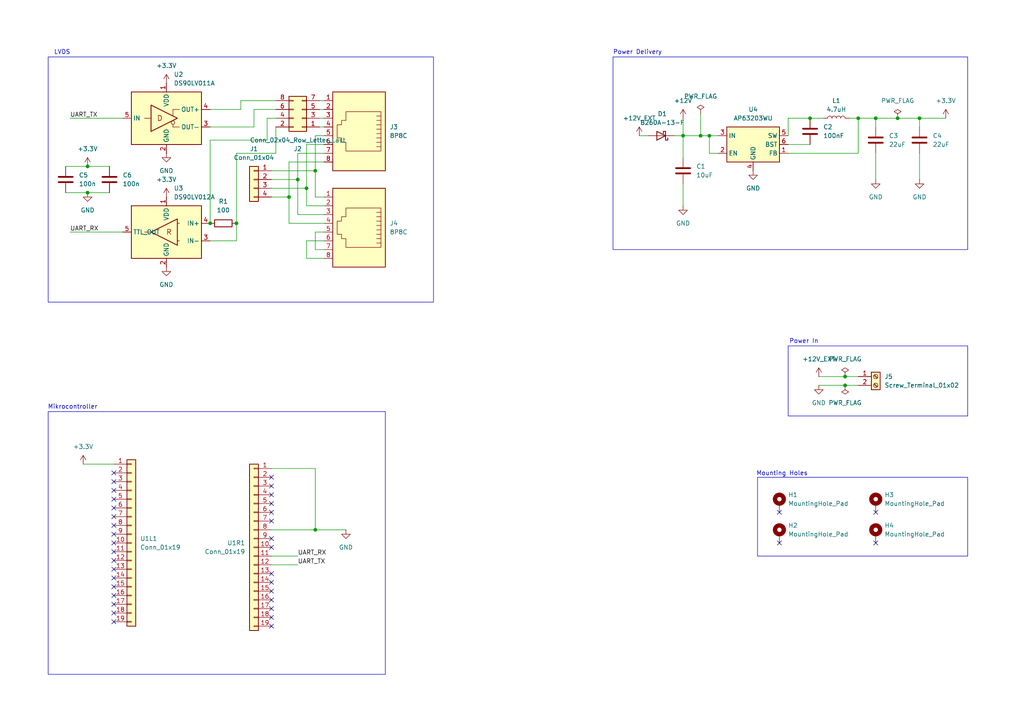
<source format=kicad_sch>
(kicad_sch (version 20250114) (generator "eeschema") (generator_version "9.0")
  (paper "A4")
  (title_block (title "Mikrocontroller LVDS Platine") (date "2025-10-20") (rev "1") (company "Chaostreff Tuebingen e.V."))
  (lib_symbols
    (symbol "Connector:8P8C" (pin_names (offset 1.016))
      (property "Reference" "J" (at -5.08 13.97 0))
      (property "Value" "8P8C" (at 2.54 13.97 0))
      (symbol "8P8C_0_1"
        (polyline (pts (xy -6.35 1.905) (xy -5.08 1.905) (xy -5.08 1.905)))
        (polyline (pts (xy -6.35 0.635) (xy -5.08 0.635) (xy -5.08 0.635)))
        (polyline (pts (xy -6.35 -0.635) (xy -5.08 -0.635) (xy -5.08 -0.635)))
        (polyline (pts (xy -6.35 -1.905) (xy -5.08 -1.905) (xy -5.08 -1.905)))
        (polyline (pts (xy -6.35 -3.175) (xy -5.08 -3.175) (xy -5.08 -3.175)))
        (polyline (pts (xy -6.35 -4.445) (xy -6.35 6.985) (xy 3.81 6.985) (xy 3.81 4.445) (xy 5.08 4.445) (xy 5.08 3.175) (xy 6.35 3.175) (xy 6.35 -0.635) (xy 5.08 -0.635) (xy 5.08 -1.905) (xy 3.81 -1.905) (xy 3.81 -4.445) (xy -6.35 -4.445) (xy -6.35 -4.445)))
        (polyline (pts (xy -5.08 5.715) (xy -6.35 5.715)))
        (polyline (pts (xy -5.08 4.445) (xy -6.35 4.445)))
        (polyline (pts (xy -5.08 3.175) (xy -6.35 3.175) (xy -6.35 3.175)))
        (rectangle (start 7.62 12.7) (end -7.62 -10.16) (stroke (width 0.254)) (fill (type background)))
      )
      (symbol "8P8C_1_1"
        (pin passive line (at 10.16 10.16 180) (length 2.54) (name "~") (number "8"))
        (pin passive line (at 10.16 7.62 180) (length 2.54) (name "~") (number "7"))
        (pin passive line (at 10.16 5.08 180) (length 2.54) (name "~") (number "6"))
        (pin passive line (at 10.16 2.54 180) (length 2.54) (name "~") (number "5"))
        (pin passive line (at 10.16 0 180) (length 2.54) (name "~") (number "4"))
        (pin passive line (at 10.16 -2.54 180) (length 2.54) (name "~") (number "3"))
        (pin passive line (at 10.16 -5.08 180) (length 2.54) (name "~") (number "2"))
        (pin passive line (at 10.16 -7.62 180) (length 2.54) (name "~") (number "1"))
      )
    )
    (symbol "Connector:Screw_Terminal_01x02" (pin_names (offset 1.016) (hide yes))
      (property "Reference" "J" (at 0 2.54 0))
      (property "Value" "Screw_Terminal_01x02" (at 0 -5.08 0))
      (symbol "Screw_Terminal_01x02_1_1"
        (rectangle (start -1.27 1.27) (end 1.27 -3.81) (stroke (width 0.254)) (fill (type background)))
        (polyline (pts (xy -0.5334 0.3302) (xy 0.3302 -0.508)) (stroke (width 0.1524)))
        (polyline (pts (xy -0.5334 -2.2098) (xy 0.3302 -3.048)) (stroke (width 0.1524)))
        (polyline (pts (xy -0.3556 0.508) (xy 0.508 -0.3302)) (stroke (width 0.1524)))
        (polyline (pts (xy -0.3556 -2.032) (xy 0.508 -2.8702)) (stroke (width 0.1524)))
        (circle (center 0 0) (radius 0.635) (stroke (width 0.1524)))
        (circle (center 0 -2.54) (radius 0.635) (stroke (width 0.1524)))
        (pin passive line (at -5.08 0 0) (length 3.81) (name "Pin_1") (number "1"))
        (pin passive line (at -5.08 -2.54 0) (length 3.81) (name "Pin_2") (number "2"))
      )
    )
    (symbol "Connector_Generic:Conn_01x04" (pin_names (offset 1.016) (hide yes))
      (property "Reference" "J" (at 0 5.08 0))
      (property "Value" "Conn_01x04" (at 0 -7.62 0))
      (symbol "Conn_01x04_1_1"
        (rectangle (start -1.27 3.81) (end 1.27 -6.35) (stroke (width 0.254)) (fill (type background)))
        (rectangle (start -1.27 2.667) (end 0 2.413) (stroke (width 0.1524)))
        (rectangle (start -1.27 0.127) (end 0 -0.127) (stroke (width 0.1524)))
        (rectangle (start -1.27 -2.413) (end 0 -2.667) (stroke (width 0.1524)))
        (rectangle (start -1.27 -4.953) (end 0 -5.207) (stroke (width 0.1524)))
        (pin passive line (at -5.08 2.54 0) (length 3.81) (name "Pin_1") (number "1"))
        (pin passive line (at -5.08 0 0) (length 3.81) (name "Pin_2") (number "2"))
        (pin passive line (at -5.08 -2.54 0) (length 3.81) (name "Pin_3") (number "3"))
        (pin passive line (at -5.08 -5.08 0) (length 3.81) (name "Pin_4") (number "4"))
      )
    )
    (symbol "Connector_Generic:Conn_01x19" (pin_names (offset 1.016) (hide yes))
      (property "Reference" "J" (at 0 25.4 0))
      (property "Value" "Conn_01x19" (at 0 -25.4 0))
      (symbol "Conn_01x19_1_1"
        (rectangle (start -1.27 24.13) (end 1.27 -24.13) (stroke (width 0.254)) (fill (type background)))
        (rectangle (start -1.27 22.987) (end 0 22.733) (stroke (width 0.1524)))
        (rectangle (start -1.27 20.447) (end 0 20.193) (stroke (width 0.1524)))
        (rectangle (start -1.27 17.907) (end 0 17.653) (stroke (width 0.1524)))
        (rectangle (start -1.27 15.367) (end 0 15.113) (stroke (width 0.1524)))
        (rectangle (start -1.27 12.827) (end 0 12.573) (stroke (width 0.1524)))
        (rectangle (start -1.27 10.287) (end 0 10.033) (stroke (width 0.1524)))
        (rectangle (start -1.27 7.747) (end 0 7.493) (stroke (width 0.1524)))
        (rectangle (start -1.27 5.207) (end 0 4.953) (stroke (width 0.1524)))
        (rectangle (start -1.27 2.667) (end 0 2.413) (stroke (width 0.1524)))
        (rectangle (start -1.27 0.127) (end 0 -0.127) (stroke (width 0.1524)))
        (rectangle (start -1.27 -2.413) (end 0 -2.667) (stroke (width 0.1524)))
        (rectangle (start -1.27 -4.953) (end 0 -5.207) (stroke (width 0.1524)))
        (rectangle (start -1.27 -7.493) (end 0 -7.747) (stroke (width 0.1524)))
        (rectangle (start -1.27 -10.033) (end 0 -10.287) (stroke (width 0.1524)))
        (rectangle (start -1.27 -12.573) (end 0 -12.827) (stroke (width 0.1524)))
        (rectangle (start -1.27 -15.113) (end 0 -15.367) (stroke (width 0.1524)))
        (rectangle (start -1.27 -17.653) (end 0 -17.907) (stroke (width 0.1524)))
        (rectangle (start -1.27 -20.193) (end 0 -20.447) (stroke (width 0.1524)))
        (rectangle (start -1.27 -22.733) (end 0 -22.987) (stroke (width 0.1524)))
        (pin passive line (at -5.08 22.86 0) (length 3.81) (name "Pin_1") (number "1"))
        (pin passive line (at -5.08 20.32 0) (length 3.81) (name "Pin_2") (number "2"))
        (pin passive line (at -5.08 17.78 0) (length 3.81) (name "Pin_3") (number "3"))
        (pin passive line (at -5.08 15.24 0) (length 3.81) (name "Pin_4") (number "4"))
        (pin passive line (at -5.08 12.7 0) (length 3.81) (name "Pin_5") (number "5"))
        (pin passive line (at -5.08 10.16 0) (length 3.81) (name "Pin_6") (number "6"))
        (pin passive line (at -5.08 7.62 0) (length 3.81) (name "Pin_7") (number "7"))
        (pin passive line (at -5.08 5.08 0) (length 3.81) (name "Pin_8") (number "8"))
        (pin passive line (at -5.08 2.54 0) (length 3.81) (name "Pin_9") (number "9"))
        (pin passive line (at -5.08 0 0) (length 3.81) (name "Pin_10") (number "10"))
        (pin passive line (at -5.08 -2.54 0) (length 3.81) (name "Pin_11") (number "11"))
        (pin passive line (at -5.08 -5.08 0) (length 3.81) (name "Pin_12") (number "12"))
        (pin passive line (at -5.08 -7.62 0) (length 3.81) (name "Pin_13") (number "13"))
        (pin passive line (at -5.08 -10.16 0) (length 3.81) (name "Pin_14") (number "14"))
        (pin passive line (at -5.08 -12.7 0) (length 3.81) (name "Pin_15") (number "15"))
        (pin passive line (at -5.08 -15.24 0) (length 3.81) (name "Pin_16") (number "16"))
        (pin passive line (at -5.08 -17.78 0) (length 3.81) (name "Pin_17") (number "17"))
        (pin passive line (at -5.08 -20.32 0) (length 3.81) (name "Pin_18") (number "18"))
        (pin passive line (at -5.08 -22.86 0) (length 3.81) (name "Pin_19") (number "19"))
      )
    )
    (symbol "Connector_Generic:Conn_02x04_Odd_Even" (pin_names (offset 1.016) (hide yes))
      (property "Reference" "J" (at 1.27 5.08 0))
      (property "Value" "Conn_02x04_Odd_Even" (at 1.27 -7.62 0))
      (symbol "Conn_02x04_Odd_Even_1_1"
        (rectangle (start -1.27 3.81) (end 3.81 -6.35) (stroke (width 0.254)) (fill (type background)))
        (rectangle (start -1.27 2.667) (end 0 2.413) (stroke (width 0.1524)))
        (rectangle (start -1.27 0.127) (end 0 -0.127) (stroke (width 0.1524)))
        (rectangle (start -1.27 -2.413) (end 0 -2.667) (stroke (width 0.1524)))
        (rectangle (start -1.27 -4.953) (end 0 -5.207) (stroke (width 0.1524)))
        (rectangle (start 3.81 2.667) (end 2.54 2.413) (stroke (width 0.1524)))
        (rectangle (start 3.81 0.127) (end 2.54 -0.127) (stroke (width 0.1524)))
        (rectangle (start 3.81 -2.413) (end 2.54 -2.667) (stroke (width 0.1524)))
        (rectangle (start 3.81 -4.953) (end 2.54 -5.207) (stroke (width 0.1524)))
        (pin passive line (at -5.08 2.54 0) (length 3.81) (name "Pin_1") (number "1"))
        (pin passive line (at -5.08 0 0) (length 3.81) (name "Pin_3") (number "3"))
        (pin passive line (at -5.08 -2.54 0) (length 3.81) (name "Pin_5") (number "5"))
        (pin passive line (at -5.08 -5.08 0) (length 3.81) (name "Pin_7") (number "7"))
        (pin passive line (at 7.62 2.54 180) (length 3.81) (name "Pin_2") (number "2"))
        (pin passive line (at 7.62 0 180) (length 3.81) (name "Pin_4") (number "4"))
        (pin passive line (at 7.62 -2.54 180) (length 3.81) (name "Pin_6") (number "6"))
        (pin passive line (at 7.62 -5.08 180) (length 3.81) (name "Pin_8") (number "8"))
      )
    )
    (symbol "Device:C" (pin_numbers (hide yes)) (pin_names (offset 0.254))
      (property "Reference" "C" (at 0.635 2.54 0))
      (property "Value" "C" (at 0.635 -2.54 0))
      (symbol "C_0_1"
        (polyline (pts (xy -2.032 0.762) (xy 2.032 0.762)) (stroke (width 0.508)))
        (polyline (pts (xy -2.032 -0.762) (xy 2.032 -0.762)) (stroke (width 0.508)))
      )
      (symbol "C_1_1"
        (pin passive line (at 0 3.81 270) (length 2.794) (name "~") (number "1"))
        (pin passive line (at 0 -3.81 90) (length 2.794) (name "~") (number "2"))
      )
    )
    (symbol "Device:D_Schottky" (pin_numbers (hide yes)) (pin_names (offset 1.016) (hide yes))
      (property "Reference" "D" (at 0 2.54 0))
      (property "Value" "D_Schottky" (at 0 -2.54 0))
      (symbol "D_Schottky_0_1"
        (polyline (pts (xy -1.905 0.635) (xy -1.905 1.27) (xy -1.27 1.27) (xy -1.27 -1.27) (xy -0.635 -1.27) (xy -0.635 -0.635)) (stroke (width 0.254)))
        (polyline (pts (xy 1.27 1.27) (xy 1.27 -1.27) (xy -1.27 0) (xy 1.27 1.27)) (stroke (width 0.254)))
        (polyline (pts (xy 1.27 0) (xy -1.27 0)))
      )
      (symbol "D_Schottky_1_1"
        (pin passive line (at -3.81 0 0) (length 2.54) (name "K") (number "1"))
        (pin passive line (at 3.81 0 180) (length 2.54) (name "A") (number "2"))
      )
    )
    (symbol "Device:L" (pin_numbers (hide yes)) (pin_names (offset 1.016) (hide yes))
      (property "Reference" "L" (at -1.27 0 90))
      (property "Value" "L" (at 1.905 0 90))
      (symbol "L_0_1"
        (arc (start 0 2.54) (mid 0.6323 1.905) (end 0 1.27))
        (arc (start 0 1.27) (mid 0.6323 0.635) (end 0 0))
        (arc (start 0 0) (mid 0.6323 -0.635) (end 0 -1.27))
        (arc (start 0 -1.27) (mid 0.6323 -1.905) (end 0 -2.54))
      )
      (symbol "L_1_1"
        (pin passive line (at 0 3.81 270) (length 1.27) (name "1") (number "1"))
        (pin passive line (at 0 -3.81 90) (length 1.27) (name "2") (number "2"))
      )
    )
    (symbol "Device:R" (pin_numbers (hide yes)) (pin_names (offset 0))
      (property "Reference" "R" (at 2.032 0 90))
      (property "Value" "R" (at 0 0 90))
      (symbol "R_0_1"
        (rectangle (start -1.016 -2.54) (end 1.016 2.54) (stroke (width 0.254)))
      )
      (symbol "R_1_1"
        (pin passive line (at 0 3.81 270) (length 1.27) (name "~") (number "1"))
        (pin passive line (at 0 -3.81 90) (length 1.27) (name "~") (number "2"))
      )
    )
    (symbol "Interface:DS90LV011A"
      (property "Reference" "U" (at -8.89 8.89 0))
      (property "Value" "DS90LV011A" (at 1.27 8.89 0))
      (symbol "DS90LV011A_1_0"
        (rectangle (start -10.16 7.62) (end 10.16 -7.62) (stroke (width 0.254)) (fill (type background)))
        (polyline (pts (xy 1.905 0.635) (xy 1.905 2.54)))
        (circle (center 1.905 -1.27) (radius 0.508))
        (polyline (pts (xy 1.905 -1.778) (xy 1.905 -2.54)))
        (text "D" (at -1.905 0 0) (effects (font (size 1.524 1.524))))
      )
      (symbol "DS90LV011A_1_1"
        (polyline (pts (xy -6.35 0) (xy -4.445 0)))
        (polyline (pts (xy -4.445 -3.81) (xy -4.445 3.81) (xy 3.175 0) (xy -4.445 -3.81)) (stroke (width 0.254)))
        (polyline (pts (xy 1.905 -2.54) (xy 3.81 -2.54)))
        (polyline (pts (xy 3.81 2.54) (xy 1.905 2.54)))
        (pin input line (at -12.7 0 0) (length 2.54) (name "IN") (number "5"))
        (pin power_in line (at 0 10.16 270) (length 2.54) (name "VDD") (number "1"))
        (pin power_in line (at 0 -10.16 90) (length 2.54) (name "GND") (number "2"))
        (pin output line (at 12.7 2.54 180) (length 2.54) (name "OUT+") (number "4"))
        (pin output line (at 12.7 -2.54 180) (length 2.54) (name "OUT-") (number "3"))
      )
    )
    (symbol "LocalInterfaces:DS90LV012A"
      (property "Reference" "U" (at -8.89 8.89 0))
      (property "Value" "DS90LV012A" (at 1.27 8.89 0))
      (symbol "DS90LV012A_0_0"
        (polyline (pts (xy 3.175 2.54) (xy 3.81 2.54)))
        (polyline (pts (xy 3.175 -2.54) (xy 3.81 -2.54)))
      )
      (symbol "DS90LV012A_1_0"
        (rectangle (start -10.16 7.62) (end 10.16 -7.62) (stroke (width 0.254)) (fill (type background)))
      )
      (symbol "DS90LV012A_1_1"
        (polyline (pts (xy -6.35 0) (xy -4.445 0)))
        (polyline (pts (xy 3.175 -3.81) (xy 3.175 3.81) (xy -4.445 0) (xy 3.175 -3.81)) (stroke (width 0.254)))
        (text "R" (at 0.762 0 0) (effects (font (size 1.524 1.524))))
        (pin output line (at -12.7 0 0) (length 2.54) (name "TTL_OUT") (number "5"))
        (pin power_in line (at 0 10.16 270) (length 2.54) (name "VDD") (number "1"))
        (pin power_in line (at 0 -10.16 90) (length 2.54) (name "GND") (number "2"))
        (pin input line (at 12.7 2.54 180) (length 2.54) (name "IN+") (number "4"))
        (pin input line (at 12.7 -2.54 180) (length 2.54) (name "IN-") (number "3"))
      )
    )
    (symbol "Mechanical:MountingHole_Pad" (pin_numbers (hide yes)) (pin_names (offset 1.016) (hide yes)) (in_bom no)
      (property "Reference" "H" (at 0 6.35 0))
      (property "Value" "MountingHole_Pad" (at 0 4.445 0))
      (symbol "MountingHole_Pad_0_1"
        (circle (center 0 1.27) (radius 1.27) (stroke (width 1.27)))
      )
      (symbol "MountingHole_Pad_1_1"
        (pin input line (at 0 -2.54 90) (length 2.54) (name "1") (number "1"))
      )
    )
    (symbol "Regulator_Switching:AP63203WU"
      (property "Reference" "U" (at -7.62 6.35 0))
      (property "Value" "AP63203WU" (at 2.54 6.35 0))
      (symbol "AP63203WU_0_1"
        (rectangle (start -7.62 5.08) (end 7.62 -5.08) (stroke (width 0.254)) (fill (type background)))
      )
      (symbol "AP63203WU_1_1"
        (pin power_in line (at -10.16 2.54 0) (length 2.54) (name "IN") (number "3"))
        (pin input line (at -10.16 -2.54 0) (length 2.54) (name "EN") (number "2"))
        (pin power_in line (at 0 -7.62 90) (length 2.54) (name "GND") (number "4"))
        (pin output line (at 10.16 2.54 180) (length 2.54) (name "SW") (number "5"))
        (pin passive line (at 10.16 0 180) (length 2.54) (name "BST") (number "6"))
        (pin input line (at 10.16 -2.54 180) (length 2.54) (name "FB") (number "1"))
      )
    )
    (symbol "power:+12V" (power) (pin_numbers (hide yes)) (pin_names (offset 0) (hide yes))
      (property "Value" "+12V" (at 0 3.556 0))
      (symbol "+12V_0_1"
        (polyline (pts (xy -0.762 1.27) (xy 0 2.54)))
        (polyline (pts (xy 0 2.54) (xy 0.762 1.27)))
        (polyline (pts (xy 0 0) (xy 0 2.54)))
      )
      (symbol "+12V_1_1"
        (pin power_in line (at 0 0 90) (length 0) (name "~") (number "1"))
      )
    )
    (symbol "power:+3.3V" (power) (pin_numbers (hide yes)) (pin_names (offset 0) (hide yes))
      (property "Value" "+3.3V" (at 0 3.556 0))
      (symbol "+3.3V_0_1"
        (polyline (pts (xy -0.762 1.27) (xy 0 2.54)))
        (polyline (pts (xy 0 2.54) (xy 0.762 1.27)))
        (polyline (pts (xy 0 0) (xy 0 2.54)))
      )
      (symbol "+3.3V_1_1"
        (pin power_in line (at 0 0 90) (length 0) (name "~") (number "1"))
      )
    )
    (symbol "power:GND" (power) (pin_numbers (hide yes)) (pin_names (offset 0) (hide yes))
      (property "Value" "GND" (at 0 -3.81 0))
      (symbol "GND_0_1"
        (polyline (pts (xy 0 0) (xy 0 -1.27) (xy 1.27 -1.27) (xy 0 -2.54) (xy -1.27 -1.27) (xy 0 -1.27)))
      )
      (symbol "GND_1_1"
        (pin power_in line (at 0 0 270) (length 0) (name "~") (number "1"))
      )
    )
    (symbol "power:PWR_FLAG" (power) (pin_numbers (hide yes)) (pin_names (offset 0) (hide yes))
      (property "Value" "PWR_FLAG" (at 0 3.81 0))
      (symbol "PWR_FLAG_0_0"
        (pin power_out line (at 0 0 90) (length 0) (name "~") (number "1"))
      )
      (symbol "PWR_FLAG_0_1"
        (polyline (pts (xy 0 0) (xy 0 1.27) (xy -1.016 1.905) (xy 0 2.54) (xy 1.016 1.905) (xy 0 1.27)))
      )
    )
  )
  (rectangle (start 13.97 119.38) (end 111.76 195.58))
  (rectangle (start 13.97 16.51) (end 125.73 87.63))
  (rectangle (start 177.8 16.51) (end 280.67 72.39))
  (rectangle (start 219.71 138.43) (end 280.67 161.29))
  (rectangle (start 228.6 100.33) (end 280.67 120.65))
  (text "Mikrocontroller" (at 21.082 118.11 0) (effects (font (size 1.27 1.27))))
  (text "LVDS" (at 18.034 15.24 0) (effects (font (size 1.27 1.27))))
  (text "Mounting Holes" (at 226.822 137.414 0) (effects (font (size 1.27 1.27))))
  (text "Power Delivery" (at 184.912 15.24 0) (effects (font (size 1.27 1.27))))
  (text "Power In\n" (at 233.172 99.06 0) (effects (font (size 1.27 1.27))))
  (junction (at 248.92 34.29))
  (junction (at 266.7 34.29))
  (junction (at 260.35 34.29))
  (junction (at 91.44 153.67))
  (junction (at 245.11 109.22))
  (junction (at 68.58 64.77))
  (junction (at 86.36 52.07))
  (junction (at 203.2 39.37))
  (junction (at 83.82 57.15))
  (junction (at 234.95 34.29))
  (junction (at 198.12 39.37))
  (junction (at 25.4 55.88))
  (junction (at 205.74 39.37))
  (junction (at 88.9 54.61))
  (junction (at 245.11 111.76))
  (junction (at 60.96 64.77))
  (junction (at 91.44 49.53))
  (junction (at 25.4 48.26))
  (junction (at 254 34.29))
  (no_connect (at 78.74 140.97))
  (no_connect (at 78.74 156.21))
  (no_connect (at 78.74 171.45))
  (no_connect (at 78.74 143.51))
  (no_connect (at 78.74 176.53))
  (no_connect (at 33.02 144.78))
  (no_connect (at 78.74 166.37))
  (no_connect (at 226.06 157.48))
  (no_connect (at 33.02 180.34))
  (no_connect (at 254 148.59))
  (no_connect (at 78.74 179.07))
  (no_connect (at 33.02 137.16))
  (no_connect (at 33.02 149.86))
  (no_connect (at 78.74 158.75))
  (no_connect (at 33.02 154.94))
  (no_connect (at 254 157.48))
  (no_connect (at 33.02 170.18))
  (no_connect (at 78.74 181.61))
  (no_connect (at 78.74 146.05))
  (no_connect (at 78.74 138.43))
  (no_connect (at 33.02 165.1))
  (no_connect (at 78.74 173.99))
  (no_connect (at 33.02 147.32))
  (no_connect (at 33.02 139.7))
  (no_connect (at 33.02 175.26))
  (no_connect (at 33.02 160.02))
  (no_connect (at 226.06 148.59))
  (no_connect (at 78.74 168.91))
  (no_connect (at 33.02 177.8))
  (no_connect (at 33.02 142.24))
  (no_connect (at 33.02 157.48))
  (no_connect (at 33.02 172.72))
  (no_connect (at 33.02 167.64))
  (no_connect (at 33.02 162.56))
  (no_connect (at 78.74 151.13))
  (no_connect (at 33.02 152.4))
  (no_connect (at 78.74 148.59))
  (wire (pts (xy 88.9 74.93) (xy 93.98 74.93)))
  (wire (pts (xy 19.05 55.88) (xy 25.4 55.88)))
  (wire (pts (xy 78.74 54.61) (xy 88.9 54.61)))
  (wire (pts (xy 60.96 36.83) (xy 73.66 36.83)))
  (wire (pts (xy 248.92 34.29) (xy 248.92 44.45)))
  (wire (pts (xy 91.44 49.53) (xy 91.44 57.15)))
  (wire (pts (xy 228.6 41.91) (xy 234.95 41.91)))
  (wire (pts (xy 198.12 39.37) (xy 198.12 45.72)))
  (wire (pts (xy 78.74 161.29) (xy 86.36 161.29)))
  (wire (pts (xy 91.44 153.67) (xy 100.33 153.67)))
  (wire (pts (xy 60.96 31.75) (xy 69.85 31.75)))
  (wire (pts (xy 60.96 69.85) (xy 68.58 69.85)))
  (wire (pts (xy 91.44 72.39) (xy 93.98 72.39)))
  (wire (pts (xy 92.71 34.29) (xy 93.98 34.29)))
  (wire (pts (xy 78.74 57.15) (xy 83.82 57.15)))
  (wire (pts (xy 88.9 54.61) (xy 88.9 59.69)))
  (wire (pts (xy 86.36 44.45) (xy 86.36 52.07)))
  (wire (pts (xy 25.4 55.88) (xy 31.75 55.88)))
  (wire (pts (xy 185.42 39.37) (xy 187.96 39.37)))
  (wire (pts (xy 246.38 34.29) (xy 248.92 34.29)))
  (wire (pts (xy 237.49 111.76) (xy 245.11 111.76)))
  (wire (pts (xy 92.71 36.83) (xy 93.98 36.83)))
  (wire (pts (xy 60.96 40.64) (xy 77.47 40.64)))
  (wire (pts (xy 91.44 39.37) (xy 91.44 49.53)))
  (wire (pts (xy 69.85 31.75) (xy 69.85 29.21)))
  (wire (pts (xy 80.01 44.45) (xy 68.58 44.45)))
  (wire (pts (xy 83.82 64.77) (xy 93.98 64.77)))
  (wire (pts (xy 245.11 111.76) (xy 248.92 111.76)))
  (wire (pts (xy 80.01 36.83) (xy 80.01 44.45)))
  (wire (pts (xy 198.12 34.29) (xy 198.12 39.37)))
  (wire (pts (xy 88.9 41.91) (xy 88.9 54.61)))
  (wire (pts (xy 69.85 29.21) (xy 80.01 29.21)))
  (wire (pts (xy 254 34.29) (xy 260.35 34.29)))
  (wire (pts (xy 254 44.45) (xy 254 52.07)))
  (wire (pts (xy 83.82 57.15) (xy 83.82 64.77)))
  (wire (pts (xy 93.98 44.45) (xy 86.36 44.45)))
  (wire (pts (xy 248.92 34.29) (xy 254 34.29)))
  (wire (pts (xy 78.74 49.53) (xy 91.44 49.53)))
  (wire (pts (xy 25.4 48.26) (xy 31.75 48.26)))
  (wire (pts (xy 254 34.29) (xy 254 36.83)))
  (wire (pts (xy 83.82 46.99) (xy 83.82 57.15)))
  (wire (pts (xy 198.12 53.34) (xy 198.12 59.69)))
  (wire (pts (xy 77.47 34.29) (xy 77.47 40.64)))
  (wire (pts (xy 77.47 34.29) (xy 80.01 34.29)))
  (wire (pts (xy 91.44 135.89) (xy 91.44 153.67)))
  (wire (pts (xy 68.58 64.77) (xy 68.58 69.85)))
  (wire (pts (xy 266.7 44.45) (xy 266.7 52.07)))
  (wire (pts (xy 93.98 39.37) (xy 91.44 39.37)))
  (wire (pts (xy 68.58 44.45) (xy 68.58 64.77)))
  (wire (pts (xy 195.58 39.37) (xy 198.12 39.37)))
  (wire (pts (xy 20.32 67.31) (xy 35.56 67.31)))
  (wire (pts (xy 208.28 44.45) (xy 205.74 44.45)))
  (wire (pts (xy 19.05 48.26) (xy 25.4 48.26)))
  (wire (pts (xy 228.6 44.45) (xy 248.92 44.45)))
  (wire (pts (xy 88.9 59.69) (xy 93.98 59.69)))
  (wire (pts (xy 234.95 34.29) (xy 238.76 34.29)))
  (wire (pts (xy 203.2 33.02) (xy 203.2 39.37)))
  (wire (pts (xy 205.74 39.37) (xy 208.28 39.37)))
  (wire (pts (xy 266.7 34.29) (xy 274.32 34.29)))
  (wire (pts (xy 93.98 41.91) (xy 88.9 41.91)))
  (wire (pts (xy 228.6 39.37) (xy 228.6 34.29)))
  (wire (pts (xy 93.98 46.99) (xy 83.82 46.99)))
  (wire (pts (xy 78.74 153.67) (xy 91.44 153.67)))
  (wire (pts (xy 237.49 109.22) (xy 245.11 109.22)))
  (wire (pts (xy 93.98 69.85) (xy 88.9 69.85)))
  (wire (pts (xy 198.12 39.37) (xy 203.2 39.37)))
  (wire (pts (xy 91.44 67.31) (xy 91.44 72.39)))
  (wire (pts (xy 24.13 134.62) (xy 33.02 134.62)))
  (wire (pts (xy 92.71 31.75) (xy 93.98 31.75)))
  (wire (pts (xy 78.74 163.83) (xy 86.36 163.83)))
  (wire (pts (xy 266.7 34.29) (xy 266.7 36.83)))
  (wire (pts (xy 73.66 31.75) (xy 80.01 31.75)))
  (wire (pts (xy 86.36 62.23) (xy 93.98 62.23)))
  (wire (pts (xy 245.11 109.22) (xy 248.92 109.22)))
  (wire (pts (xy 260.35 34.29) (xy 266.7 34.29)))
  (wire (pts (xy 86.36 52.07) (xy 86.36 62.23)))
  (wire (pts (xy 73.66 36.83) (xy 73.66 31.75)))
  (wire (pts (xy 203.2 39.37) (xy 205.74 39.37)))
  (wire (pts (xy 78.74 135.89) (xy 91.44 135.89)))
  (wire (pts (xy 228.6 34.29) (xy 234.95 34.29)))
  (wire (pts (xy 88.9 69.85) (xy 88.9 74.93)))
  (wire (pts (xy 91.44 57.15) (xy 93.98 57.15)))
  (wire (pts (xy 92.71 29.21) (xy 93.98 29.21)))
  (wire (pts (xy 93.98 67.31) (xy 91.44 67.31)))
  (wire (pts (xy 60.96 40.64) (xy 60.96 64.77)))
  (wire (pts (xy 78.74 52.07) (xy 86.36 52.07)))
  (wire (pts (xy 20.32 34.29) (xy 35.56 34.29)))
  (wire (pts (xy 205.74 44.45) (xy 205.74 39.37)))
  (label "UART_TX" (at 20.32 34.29 0))
  (label "UART_RX" (at 20.32 67.31 0))
  (label "UART_RX" (at 86.36 161.29 0))
  (label "UART_TX" (at 86.36 163.83 0))
  (symbol (lib_id "power:PWR_FLAG") (at 245.11 111.76 180) (unit 1)
    (property "Reference" "#FLG03" (effects (hide yes)))
    (property "Value" "PWR_FLAG" (at 245.11 116.84 0))
    (property "Description" "Special symbol for telling ERC where power comes from" (effects (hide yes)))
  )
  (symbol (lib_id "Connector:8P8C") (at 104.14 36.83 180) (unit 1)
    (property "Reference" "J3" (at 113.03 36.8299 0) (effects (justify right)))
    (property "Value" "8P8C" (at 113.03 39.3699 0) (effects (justify right)))
    (property "Footprint" "Connector_RJ:RJ45_Amphenol_54602-x08_Horizontal" (effects (hide yes)))
    (property "Description" "RJ connector, 8P8C (8 positions 8 connected), RJ31/RJ32/RJ33/RJ34/RJ35/RJ41/RJ45/RJ49/RJ61" (effects (hide yes)))
  )
  (symbol (lib_id "power:GND") (at 25.4 55.88 0) (unit 1)
    (property "Reference" "#PWR016" (effects (hide yes)))
    (property "Value" "GND" (at 25.4 60.96 0))
    (property "Description" "Power symbol creates a global label with name \"GND\" , ground" (effects (hide yes)))
  )
  (symbol (lib_id "power:+3.3V") (at 48.26 57.15 0) (unit 1)
    (property "Reference" "#PWR010" (effects (hide yes)))
    (property "Value" "+3.3V" (at 48.26 52.07 0))
    (property "Description" "Power symbol creates a global label with name \"+3.3V\"" (effects (hide yes)))
  )
  (symbol (lib_id "power:GND") (at 254 52.07 0) (unit 1)
    (property "Reference" "#PWR04" (effects (hide yes)))
    (property "Value" "GND" (at 254 57.15 0))
    (property "Description" "Power symbol creates a global label with name \"GND\" , ground" (effects (hide yes)))
  )
  (symbol (lib_id "power:GND") (at 266.7 52.07 0) (unit 1)
    (property "Reference" "#PWR05" (effects (hide yes)))
    (property "Value" "GND" (at 266.7 57.15 0))
    (property "Description" "Power symbol creates a global label with name \"GND\" , ground" (effects (hide yes)))
  )
  (symbol (lib_id "power:GND") (at 100.33 153.67 0) (unit 1)
    (property "Reference" "#PWR07" (effects (hide yes)))
    (property "Value" "GND" (at 100.33 158.75 0))
    (property "Description" "Power symbol creates a global label with name \"GND\" , ground" (effects (hide yes)))
  )
  (symbol (lib_id "power:+3.3V") (at 24.13 134.62 0) (unit 1)
    (property "Reference" "#PWR06" (effects (hide yes)))
    (property "Value" "+3.3V" (at 24.13 129.54 0))
    (property "Description" "Power symbol creates a global label with name \"+3.3V\"" (effects (hide yes)))
  )
  (symbol (lib_id "power:GND") (at 48.26 44.45 0) (unit 1)
    (property "Reference" "#PWR09" (effects (hide yes)))
    (property "Value" "GND" (at 48.26 49.53 0))
    (property "Description" "Power symbol creates a global label with name \"GND\" , ground" (effects (hide yes)))
  )
  (symbol (lib_id "Device:L") (at 242.57 34.29 90) (unit 1)
    (property "Reference" "L1" (at 242.57 29.21 90))
    (property "Value" "4.7uH" (at 242.57 31.75 90))
    (property "Footprint" "Capacitor_SMD:C_1210_3225Metric" (effects (hide yes)))
    (property "Description" "Inductor" (effects (hide yes)))
  )
  (symbol (lib_id "Mechanical:MountingHole_Pad") (at 254 146.05 0) (unit 1) (in_bom no)
    (property "Reference" "H3" (at 256.54 143.5099 0) (effects (justify left)))
    (property "Value" "MountingHole_Pad" (at 256.54 146.0499 0) (effects (justify left)))
    (property "Footprint" "MountingHole:MountingHole_3.2mm_M3_Pad" (effects (hide yes)))
    (property "Description" "Mounting Hole with connection" (effects (hide yes)))
  )
  (symbol (lib_id "power:GND") (at 198.12 59.69 0) (unit 1)
    (property "Reference" "#PWR02" (effects (hide yes)))
    (property "Value" "GND" (at 198.12 64.77 0))
    (property "Description" "Power symbol creates a global label with name \"GND\" , ground" (effects (hide yes)))
  )
  (symbol (lib_id "power:+12V") (at 185.42 39.37 0) (unit 1)
    (property "Reference" "#PWR01" (effects (hide yes)))
    (property "Value" "+12V_EXT" (at 185.42 34.29 0))
    (property "Description" "Power symbol creates a global label with name \"+12V\"" (effects (hide yes)))
  )
  (symbol (lib_id "power:+12V") (at 237.49 109.22 0) (unit 1)
    (property "Reference" "#PWR013" (effects (hide yes)))
    (property "Value" "+12V_EXT" (at 237.49 104.14 0))
    (property "Description" "Power symbol creates a global label with name \"+12V\"" (effects (hide yes)))
  )
  (symbol (lib_id "Interface:DS90LV011A") (at 48.26 34.29 0) (unit 1)
    (property "Reference" "U2" (at 50.4033 21.59 0) (effects (justify left)))
    (property "Value" "DS90LV011A" (at 50.4033 24.13 0) (effects (justify left)))
    (property "Footprint" "Package_TO_SOT_SMD:SOT-23-5" (effects (hide yes)))
    (property "Datasheet" "http://www.ti.com/lit/ds/symlink/ds90lv011a.pdf" (effects (hide yes)))
    (property "Description" "LVDS Single High Speed Differential Driver, 400Mbps, SOT-23-5" (effects (hide yes)))
  )
  (symbol (lib_id "Connector:Screw_Terminal_01x02") (at 254 109.22 0) (unit 1)
    (property "Reference" "J5" (at 256.54 109.2199 0) (effects (justify left)))
    (property "Value" "Screw_Terminal_01x02" (at 256.54 111.7599 0) (effects (justify left)))
    (property "Footprint" "TerminalBlock_Phoenix:TerminalBlock_Phoenix_MKDS-1,5-2-5.08_1x02_P5.08mm_Horizontal" (effects (hide yes)))
    (property "Description" "Generic screw terminal, single row, 01x02, script generated (kicad-library-utils/schlib/autogen/connector/)" (effects (hide yes)))
  )
  (symbol (lib_id "Connector_Generic:Conn_01x19") (at 38.1 157.48 0) (unit 1)
    (property "Reference" "U1L1" (at 40.64 156.2099 0) (effects (justify left)))
    (property "Value" "Conn_01x19" (at 40.64 158.7499 0) (effects (justify left)))
    (property "Footprint" "Connector_PinSocket_2.54mm:PinSocket_1x19_P2.54mm_Vertical" (effects (hide yes)))
    (property "Description" "Generic connector, single row, 01x19, script generated (kicad-library-utils/schlib/autogen/connector/)" (effects (hide yes)))
  )
  (symbol (lib_id "power:+3.3V") (at 274.32 34.29 0) (unit 1)
    (property "Reference" "#PWR03" (effects (hide yes)))
    (property "Value" "+3.3V" (at 274.32 29.21 0))
    (property "Description" "Power symbol creates a global label with name \"+3.3V\"" (effects (hide yes)))
  )
  (symbol (lib_id "Mechanical:MountingHole_Pad") (at 254 154.94 0) (unit 1) (in_bom no)
    (property "Reference" "H4" (at 256.54 152.3999 0) (effects (justify left)))
    (property "Value" "MountingHole_Pad" (at 256.54 154.9399 0) (effects (justify left)))
    (property "Footprint" "MountingHole:MountingHole_3.2mm_M3_Pad" (effects (hide yes)))
    (property "Description" "Mounting Hole with connection" (effects (hide yes)))
  )
  (symbol (lib_id "power:GND") (at 218.44 49.53 0) (unit 1)
    (property "Reference" "#PWR012" (effects (hide yes)))
    (property "Value" "GND" (at 218.44 54.61 0))
    (property "Description" "Power symbol creates a global label with name \"GND\" , ground" (effects (hide yes)))
  )
  (symbol (lib_id "power:GND") (at 237.49 111.76 0) (unit 1)
    (property "Reference" "#PWR014" (effects (hide yes)))
    (property "Value" "GND" (at 237.49 116.84 0))
    (property "Description" "Power symbol creates a global label with name \"GND\" , ground" (effects (hide yes)))
  )
  (symbol (lib_id "Device:R") (at 64.77 64.77 90) (unit 1)
    (property "Reference" "R1" (at 64.77 58.42 90))
    (property "Value" "100" (at 64.77 60.96 90))
    (property "Footprint" "Resistor_SMD:R_0603_1608Metric" (effects (hide yes)))
    (property "Description" "Resistor" (effects (hide yes)))
  )
  (symbol (lib_id "power:GND") (at 48.26 77.47 0) (unit 1)
    (property "Reference" "#PWR011" (effects (hide yes)))
    (property "Value" "GND" (at 48.26 82.55 0))
    (property "Description" "Power symbol creates a global label with name \"GND\" , ground" (effects (hide yes)))
  )
  (symbol (lib_id "power:+3.3V") (at 25.4 48.26 0) (unit 1)
    (property "Reference" "#PWR015" (effects (hide yes)))
    (property "Value" "+3.3V" (at 25.4 43.18 0))
    (property "Description" "Power symbol creates a global label with name \"+3.3V\"" (effects (hide yes)))
  )
  (symbol (lib_id "Connector_Generic:Conn_01x04") (at 73.66 52.07 0) (mirror y) (unit 1)
    (property "Reference" "J1" (at 73.66 43.18 0))
    (property "Value" "Conn_01x04" (at 73.66 45.72 0))
    (property "Footprint" "Connector_PinHeader_2.54mm:PinHeader_1x04_P2.54mm_Vertical" (effects (hide yes)))
    (property "Description" "Generic connector, single row, 01x04, script generated (kicad-library-utils/schlib/autogen/connector/)" (effects (hide yes)))
  )
  (symbol (lib_id "Device:C") (at 254 40.64 0) (unit 1)
    (property "Reference" "C3" (at 257.81 39.3699 0) (effects (justify left)))
    (property "Value" "22uF" (at 257.81 41.9099 0) (effects (justify left)))
    (property "Footprint" "Capacitor_SMD:C_1210_3225Metric" (effects (hide yes)))
    (property "Description" "Unpolarized capacitor" (effects (hide yes)))
  )
  (symbol (lib_id "Device:C") (at 198.12 49.53 0) (unit 1)
    (property "Reference" "C1" (at 201.93 48.2599 0) (effects (justify left)))
    (property "Value" "10uF" (at 201.93 50.7999 0) (effects (justify left)))
    (property "Footprint" "Capacitor_SMD:C_1210_3225Metric" (effects (hide yes)))
    (property "Description" "Unpolarized capacitor" (effects (hide yes)))
  )
  (symbol (lib_id "Device:C") (at 234.95 38.1 0) (unit 1)
    (property "Reference" "C2" (at 238.76 36.8299 0) (effects (justify left)))
    (property "Value" "100nF" (at 238.76 39.3699 0) (effects (justify left)))
    (property "Footprint" "Capacitor_SMD:C_0603_1608Metric" (effects (hide yes)))
    (property "Description" "Unpolarized capacitor" (effects (hide yes)))
  )
  (symbol (lib_id "Connector:8P8C") (at 104.14 64.77 180) (unit 1)
    (property "Reference" "J4" (at 113.03 64.7699 0) (effects (justify right)))
    (property "Value" "8P8C" (at 113.03 67.3099 0) (effects (justify right)))
    (property "Footprint" "Connector_RJ:RJ45_Amphenol_54602-x08_Horizontal" (effects (hide yes)))
    (property "Description" "RJ connector, 8P8C (8 positions 8 connected), RJ31/RJ32/RJ33/RJ34/RJ35/RJ41/RJ45/RJ49/RJ61" (effects (hide yes)))
  )
  (symbol (lib_id "Mechanical:MountingHole_Pad") (at 226.06 146.05 0) (unit 1) (in_bom no)
    (property "Reference" "H1" (at 228.6 143.5099 0) (effects (justify left)))
    (property "Value" "MountingHole_Pad" (at 228.6 146.0499 0) (effects (justify left)))
    (property "Footprint" "MountingHole:MountingHole_3.2mm_M3_Pad" (effects (hide yes)))
    (property "Description" "Mounting Hole with connection" (effects (hide yes)))
  )
  (symbol (lib_id "Device:C") (at 266.7 40.64 0) (unit 1)
    (property "Reference" "C4" (at 270.51 39.3699 0) (effects (justify left)))
    (property "Value" "22uF" (at 270.51 41.9099 0) (effects (justify left)))
    (property "Footprint" "Capacitor_SMD:C_1210_3225Metric" (effects (hide yes)))
    (property "Description" "Unpolarized capacitor" (effects (hide yes)))
  )
  (symbol (lib_id "power:PWR_FLAG") (at 260.35 34.29 0) (unit 1)
    (property "Reference" "#FLG01" (effects (hide yes)))
    (property "Value" "PWR_FLAG" (at 260.35 29.21 0))
    (property "Description" "Special symbol for telling ERC where power comes from" (effects (hide yes)))
  )
  (symbol (lib_id "LocalInterfaces:DS90LV012A") (at 48.26 67.31 0) (unit 1)
    (property "Reference" "U3" (at 50.4033 54.61 0) (effects (justify left)))
    (property "Value" "DS90LV012A" (at 50.4033 57.15 0) (effects (justify left)))
    (property "Footprint" "Package_TO_SOT_SMD:SOT-23-5" (effects (hide yes)))
    (property "Datasheet" "https://www.ti.com/lit/ds/symlink/ds90lv012a.pdf" (effects (hide yes)))
    (property "Description" "LVDS Single CMOS Differential Line Receiver, 400Mbps, SOT-23-5" (effects (hide yes)))
  )
  (symbol (lib_id "Connector_Generic:Conn_02x04_Odd_Even") (at 87.63 34.29 180) (unit 1)
    (property "Reference" "J2" (at 86.36 43.18 0))
    (property "Value" "Conn_02x04_Row_Letter_Last" (at 86.36 40.64 0))
    (property "Footprint" "Connector_PinHeader_2.54mm:PinHeader_2x04_P2.54mm_Vertical" (effects (hide yes)))
    (property "Description" "Generic connector, double row, 02x04, odd/even pin numbering scheme (row 1 odd numbers, row 2 even numbers), script generated (kicad-library-utils/schlib/autogen/connector/)" (effects (hide yes)))
  )
  (symbol (lib_id "Device:D_Schottky") (at 191.77 39.37 180) (unit 1)
    (property "Reference" "D1" (at 192.0875 33.02 0))
    (property "Value" "B260A-13-F" (at 192.0875 35.56 0))
    (property "Footprint" "Diode_SMD:D_SMB" (effects (hide yes)))
    (property "Description" "Schottky diode" (effects (hide yes)))
  )
  (symbol (lib_id "Mechanical:MountingHole_Pad") (at 226.06 154.94 0) (unit 1) (in_bom no)
    (property "Reference" "H2" (at 228.6 152.3999 0) (effects (justify left)))
    (property "Value" "MountingHole_Pad" (at 228.6 154.9399 0) (effects (justify left)))
    (property "Footprint" "MountingHole:MountingHole_3.2mm_M3_Pad" (effects (hide yes)))
    (property "Description" "Mounting Hole with connection" (effects (hide yes)))
  )
  (symbol (lib_id "power:PWR_FLAG") (at 203.2 33.02 0) (unit 1)
    (property "Reference" "#FLG04" (effects (hide yes)))
    (property "Value" "PWR_FLAG" (at 203.2 27.94 0))
    (property "Description" "Special symbol for telling ERC where power comes from" (effects (hide yes)))
  )
  (symbol (lib_id "Device:C") (at 31.75 52.07 0) (unit 1)
    (property "Reference" "C6" (at 35.56 50.7999 0) (effects (justify left)))
    (property "Value" "100n" (at 35.56 53.3399 0) (effects (justify left)))
    (property "Footprint" "Capacitor_SMD:C_0603_1608Metric" (effects (hide yes)))
    (property "Description" "Unpolarized capacitor" (effects (hide yes)))
  )
  (symbol (lib_id "power:+3.3V") (at 48.26 24.13 0) (unit 1)
    (property "Reference" "#PWR08" (effects (hide yes)))
    (property "Value" "+3.3V" (at 48.26 19.05 0))
    (property "Description" "Power symbol creates a global label with name \"+3.3V\"" (effects (hide yes)))
  )
  (symbol (lib_id "power:+12V") (at 198.12 34.29 0) (unit 1)
    (property "Reference" "#PWR017" (effects (hide yes)))
    (property "Value" "+12V" (at 198.12 29.21 0))
    (property "Description" "Power symbol creates a global label with name \"+12V\"" (effects (hide yes)))
  )
  (symbol (lib_id "Connector_Generic:Conn_01x19") (at 73.66 158.75 0) (mirror y) (unit 1)
    (property "Reference" "U1R1" (at 71.12 157.4799 0) (effects (justify left)))
    (property "Value" "Conn_01x19" (at 71.12 160.0199 0) (effects (justify left)))
    (property "Footprint" "Connector_PinSocket_2.54mm:PinSocket_1x19_P2.54mm_Vertical" (effects (hide yes)))
    (property "Description" "Generic connector, single row, 01x19, script generated (kicad-library-utils/schlib/autogen/connector/)" (effects (hide yes)))
  )
  (symbol (lib_id "Device:C") (at 19.05 52.07 0) (unit 1)
    (property "Reference" "C5" (at 22.86 50.7999 0) (effects (justify left)))
    (property "Value" "100n" (at 22.86 53.3399 0) (effects (justify left)))
    (property "Footprint" "Capacitor_SMD:C_0603_1608Metric" (effects (hide yes)))
    (property "Description" "Unpolarized capacitor" (effects (hide yes)))
  )
  (symbol (lib_id "Regulator_Switching:AP63203WU") (at 218.44 41.91 0) (unit 1)
    (property "Reference" "U4" (at 218.44 31.75 0))
    (property "Value" "AP63203WU" (at 218.44 34.29 0))
    (property "Footprint" "Package_TO_SOT_SMD:TSOT-23-6" (effects (hide yes)))
    (property "Datasheet" "https://www.diodes.com/assets/Datasheets/AP63200-AP63201-AP63203-AP63205.pdf" (effects (hide yes)))
    (property "Description" "2A, 1.1MHz Buck DC/DC Converter, fixed 3.3V output voltage, TSOT-23-6" (effects (hide yes)))
  )
  (symbol (lib_id "power:PWR_FLAG") (at 245.11 109.22 0) (unit 1)
    (property "Reference" "#FLG02" (effects (hide yes)))
    (property "Value" "PWR_FLAG" (at 245.11 104.14 0))
    (property "Description" "Special symbol for telling ERC where power comes from" (effects (hide yes)))
  )
)
</source>
